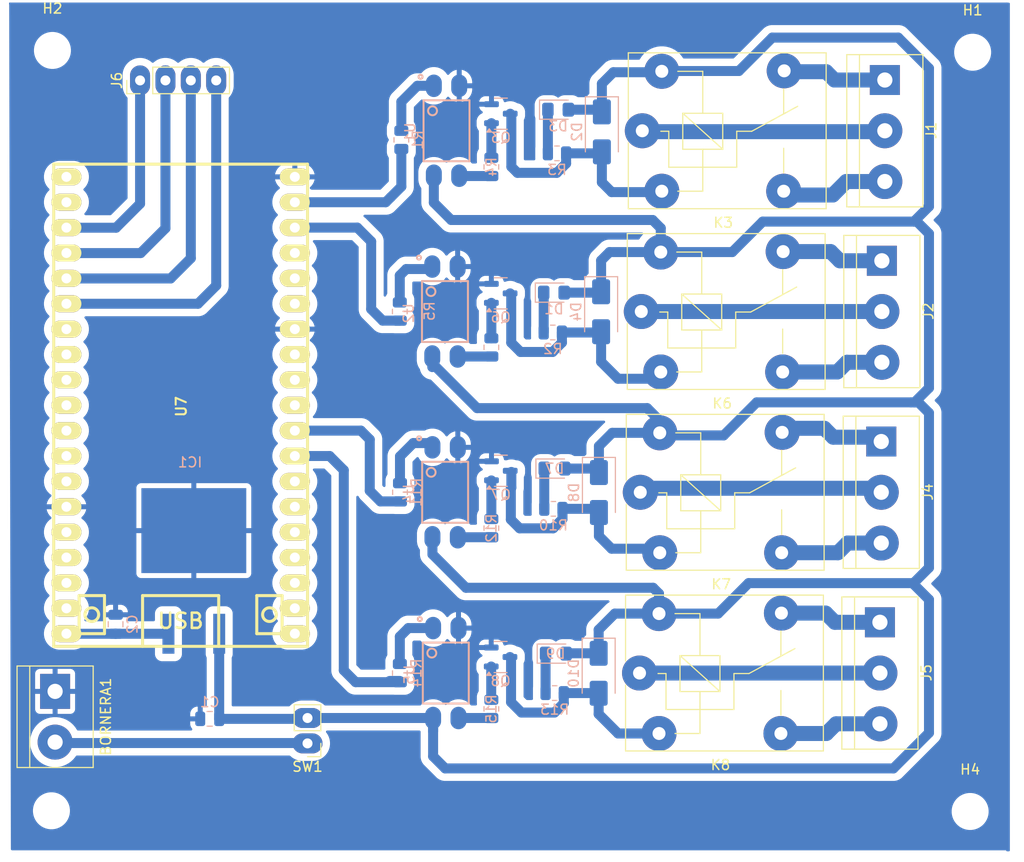
<source format=kicad_pcb>
(kicad_pcb (version 20240108) (generator "pcbnew") (generator_version "8.0")
  (layers (0 "F.Cu" signal) (31 "B.Cu" signal) (34 "B.Paste" user) (35 "F.Paste" user) (36 "B.SilkS" user "B.Silkscreen") (37 "F.SilkS" user "F.Silkscreen") (38 "B.Mask" user) (39 "F.Mask" user) (44 "Edge.Cuts" user))
  (net 0 "")
  (net 1 "Net-(BORNERA1-Pin_2)")
  (net 2 "GND")
  (net 3 "VCC")
  (net 4 "+5V")
  (net 5 "ESP32 IO22")
  (net 6 "Net-(D1-K)")
  (net 7 "Net-(D2-A)")
  (net 8 "Net-(D3-K)")
  (net 9 "ESP32 IO23")
  (net 10 "Net-(D4-A)")
  (net 11 "Net-(D7-K)")
  (net 12 " ESP32 IO17")
  (net 13 "Net-(D8-A)")
  (net 14 "Net-(D9-K)")
  (net 15 "ESP32 IO16")
  (net 16 "Net-(D10-A)")
  (net 17 "PIN12")
  (net 18 "PIN11")
  (net 19 "PIN1")
  (net 20 "PIN3")
  (net 21 "PIN2")
  (net 22 "Net-(U1-A)")
  (net 23 "Net-(U1-ET)")
  (net 24 "Net-(U2-A)")
  (net 25 "Net-(U2-ET)")
  (net 26 "Net-(U4-A)")
  (net 27 "Net-(U4-ET)")
  (net 28 "Net-(U5-A)")
  (net 29 "Net-(U5-ET)")
  (net 46 "Net-(J6-Pin_3)")
  (net 48 "Net-(J6-Pin_2)")
  (net 54 "Net-(J6-Pin_4)")
  (net 55 "Net-(J6-Pin_1)")
  (net 59 "PIN4")
  (net 60 "PIN5")
  (net 61 "PIN6")
  (net 62 "PIN9")
  (net 63 "PIN7")
  (net 64 "PIN8")
  (net 65 "PIN10")
  (net 67 "Net-(Q3-B)")
  (net 68 "Net-(Q6-B)")
  (net 69 "Net-(Q7-B)")
  (net 70 "Net-(Q8-B)")
  (net 71 "ESP32 IO17")
  (footprint "TerminalBlock:TerminalBlock_bornier-3_P5.08mm" (layer "F.Cu") (at 133.595 66.571666 -90)
    (property "Reference" "J2" (at 5.05 -4.65 90) (layer "F.SilkS"))
    (property "Value" "BORNERA")
    (pad "1" thru_hole rect (at 0 0 270) (size 3 3) (drill 1.52) (layers "*.Cu" "*.Mask") (net 59 "PIN4"))
    (pad "2" thru_hole circle (at 5.08 0 270) (size 3.5 3.5) (drill 1.52) (layers "*.Cu" "*.Mask") (net 60 "PIN5"))
    (pad "3" thru_hole circle (at 10.16 0 270) (size 3.5 3.5) (drill 1.52) (layers "*.Cu" "*.Mask") (net 61 "PIN6"))
  )
  (footprint "TerminalBlock:TerminalBlock_bornier-3_P5.08mm" (layer "F.Cu") (at 133.535 84.663332 -90)
    (property "Reference" "J4" (at 5.05 -4.65 90) (layer "F.SilkS"))
    (property "Value" "BORNERA")
    (pad "1" thru_hole rect (at 0 0 270) (size 3 3) (drill 1.52) (layers "*.Cu" "*.Mask") (net 63 "PIN7"))
    (pad "2" thru_hole circle (at 5.08 0 270) (size 3.5 3.5) (drill 1.52) (layers "*.Cu" "*.Mask") (net 64 "PIN8"))
    (pad "3" thru_hole circle (at 10.16 0 270) (size 3.5 3.5) (drill 1.52) (layers "*.Cu" "*.Mask") (net 62 "PIN9"))
  )
  (footprint "TerminalBlock:TerminalBlock_bornier-3_P5.08mm" (layer "F.Cu") (at 133.8925 48.48 -90)
    (property "Reference" "J1" (at 5.05 -4.65 90) (layer "F.SilkS"))
    (property "Value" "BORNERA")
    (pad "1" thru_hole rect (at 0 0 270) (size 3 3) (drill 1.52) (layers "*.Cu" "*.Mask") (net 19 "PIN1"))
    (pad "2" thru_hole circle (at 5.08 0 270) (size 3.5 3.5) (drill 1.52) (layers "*.Cu" "*.Mask") (net 21 "PIN2"))
    (pad "3" thru_hole circle (at 10.16 0 270) (size 3.5 3.5) (drill 1.52) (layers "*.Cu" "*.Mask") (net 20 "PIN3"))
  )
  (footprint "Relay_THT:Relay_SPDT_SANYOU_SRD_Series_Form_C" (layer "F.Cu") (at 109.515 71.651666)
    (property "Reference" "K6" (at 8.1 9.2 0) (layer "F.SilkS"))
    (property "Value" "SANYOU_SRD_Form_C")
    (pad "1" thru_hole circle (at 0 0 90) (size 3.5 3.5) (drill 1.3) (layers "*.Cu" "*.Mask") (net 60 "PIN5"))
    (pad "2" thru_hole circle (at 1.95 6.05 90) (size 3.5 3.5) (drill 1.3) (layers "*.Cu" "*.Mask") (net 10 "Net-(D4-A)"))
    (pad "3" thru_hole circle (at 14.15 6.05 90) (size 3.5 3.5) (drill 1.3) (layers "*.Cu" "*.Mask") (net 61 "PIN6"))
    (pad "4" thru_hole circle (at 14.2 -6 90) (size 3.5 3.5) (drill 1.3) (layers "*.Cu" "*.Mask") (net 59 "PIN4"))
    (pad "5" thru_hole circle (at 1.95 -5.95 90) (size 3.5 3.5) (drill 1.3) (layers "*.Cu" "*.Mask") (net 3 "VCC"))
  )
  (footprint "MountingHole:MountingHole_3.2mm_M3" (layer "F.Cu") (at 142.68 45.7)
    (property "Reference" "H1" (at 0 -4.2 0) (layer "F.SilkS"))
    (property "Value" "MountingHole")
    (pad "" np_thru_hole circle (at 0 0) (size 3.2 3.2) (drill 3.2) (layers "*.Cu" "*.Mask"))
  )
  (footprint "Relay_THT:Relay_SPDT_SANYOU_SRD_Series_Form_C" (layer "F.Cu") (at 109.415 89.743332)
    (property "Reference" "K7" (at 8.1 9.2 0) (layer "F.SilkS"))
    (property "Value" "SANYOU_SRD_Form_C")
    (pad "1" thru_hole circle (at 0 0 90) (size 3.5 3.5) (drill 1.3) (layers "*.Cu" "*.Mask") (net 64 "PIN8"))
    (pad "2" thru_hole circle (at 1.95 6.05 90) (size 3.5 3.5) (drill 1.3) (layers "*.Cu" "*.Mask") (net 13 "Net-(D8-A)"))
    (pad "3" thru_hole circle (at 14.15 6.05 90) (size 3.5 3.5) (drill 1.3) (layers "*.Cu" "*.Mask") (net 62 "PIN9"))
    (pad "4" thru_hole circle (at 14.2 -6 90) (size 3.5 3.5) (drill 1.3) (layers "*.Cu" "*.Mask") (net 63 "PIN7"))
    (pad "5" thru_hole circle (at 1.95 -5.95 90) (size 3.5 3.5) (drill 1.3) (layers "*.Cu" "*.Mask") (net 3 "VCC"))
  )
  (footprint "Relay_THT:Relay_SPDT_SANYOU_SRD_Series_Form_C" (layer "F.Cu") (at 109.6175 53.56)
    (property "Reference" "K3" (at 8.1 9.2 0) (layer "F.SilkS"))
    (property "Value" "SANYOU_SRD_Form_C")
    (pad "1" thru_hole circle (at 0 0 90) (size 3.5 3.5) (drill 1.3) (layers "*.Cu" "*.Mask") (net 21 "PIN2"))
    (pad "2" thru_hole circle (at 1.95 6.05 90) (size 3.5 3.5) (drill 1.3) (layers "*.Cu" "*.Mask") (net 7 "Net-(D2-A)"))
    (pad "3" thru_hole circle (at 14.15 6.05 90) (size 3.5 3.5) (drill 1.3) (layers "*.Cu" "*.Mask") (net 20 "PIN3"))
    (pad "4" thru_hole circle (at 14.2 -6 90) (size 3.5 3.5) (drill 1.3) (layers "*.Cu" "*.Mask") (net 19 "PIN1"))
    (pad "5" thru_hole circle (at 1.95 -5.95 90) (size 3.5 3.5) (drill 1.3) (layers "*.Cu" "*.Mask") (net 3 "VCC"))
  )
  (footprint "TerminalBlock:TerminalBlock_bornier-2_P5.08mm" (layer "F.Cu") (at 50.8475 109.67 -90)
    (property "Reference" "BORNERA1" (at 2.54 -5.08 90) (layer "F.SilkS"))
    (property "Value" "~")
    (pad "1" thru_hole rect (at 0 0 270) (size 3.5 3) (drill 1.52) (layers "*.Cu" "*.Mask") (net 2 "GND"))
    (pad "2" thru_hole circle (at 5.08 0 270) (size 3.5 3.5) (drill 1.52) (layers "*.Cu" "*.Mask") (net 1 "Net-(BORNERA1-Pin_2)"))
  )
  (footprint "EESTN5:ESP32S" (layer "F.Cu") (at 63.41 81.033 -90)
    (property "Reference" "U7" (at 0.127 -0.0635 90) (layer "F.SilkS") (effects (font (size 1.016 1.016) (thickness 0.2032))))
    (property "Value" "ESP32-DEVKITC" (hide yes))
    (fp_text user "USB" (at 21.59 0 0) (layer "F.SilkS") (effects (font (size 1.524 1.524) (thickness 0.254))))
    (pad "1" thru_hole oval (at -22.86 11.43 270) (size 1.7 3) (drill 1) (layers "*.Cu" "*.Mask" "F.SilkS"))
    (pad "2" thru_hole oval (at -20.32 11.43 270) (size 1.7 3) (drill 1) (layers "*.Cu" "*.Mask" "F.SilkS"))
    (pad "3" thru_hole oval (at -17.78 11.43 270) (size 1.7 3) (drill 1) (layers "*.Cu" "*.Mask" "F.SilkS") (net 55 "Net-(J6-Pin_1)"))
    (pad "4" thru_hole oval (at -15.24 11.43 270) (size 1.7 3) (drill 1) (layers "*.Cu" "*.Mask" "F.SilkS") (net 48 "Net-(J6-Pin_2)"))
    (pad "5" thru_hole oval (at -12.7 11.43 270) (size 1.7 3) (drill 1) (layers "*.Cu" "*.Mask" "F.SilkS") (net 46 "Net-(J6-Pin_3)"))
    (pad "6" thru_hole oval (at -10.16 11.43 270) (size 1.7 3) (drill 1) (layers "*.Cu" "*.Mask" "F.SilkS") (net 54 "Net-(J6-Pin_4)"))
    (pad "7" thru_hole oval (at -7.62 11.43 270) (size 1.7 3) (drill 1) (layers "*.Cu" "*.Mask" "F.SilkS"))
    (pad "8" thru_hole oval (at -5.08 11.43 270) (size 1.7 3) (drill 1) (layers "*.Cu" "*.Mask" "F.SilkS"))
    (pad "9" thru_hole oval (at -2.54 11.43 270) (size 1.7 3) (drill 1) (layers "*.Cu" "*.Mask" "F.SilkS"))
    (pad "10" thru_hole oval (at 0 11.43 270) (size 1.7 3) (drill 1) (layers "*.Cu" "*.Mask" "F.SilkS"))
    (pad "11" thru_hole oval (at 2.54 11.43 270) (size 1.7 3) (drill 1) (layers "*.Cu" "*.Mask" "F.SilkS"))
    (pad "12" thru_hole oval (at 5.08 11.43 270) (size 1.7 3) (drill 1) (layers "*.Cu" "*.Mask" "F.SilkS"))
    (pad "13" thru_hole oval (at 7.62 11.43 270) (size 1.7 3) (drill 1) (layers "*.Cu" "*.Mask" "F.SilkS"))
    (pad "14" thru_hole oval (at 10.16 11.43 270) (size 1.7 3) (drill 1) (layers "*.Cu" "*.Mask" "F.SilkS") (net 2 "GND"))
    (pad "15" thru_hole oval (at 12.7 11.43 270) (size 1.7 3) (drill 1) (layers "*.Cu" "*.Mask" "F.SilkS"))
    (pad "16" thru_hole oval (at 15.24 11.43 270) (size 1.7 3) (drill 1) (layers "*.Cu" "*.Mask" "F.SilkS"))
    (pad "17" thru_hole oval (at 17.78 11.43 270) (size 1.7 3) (drill 1) (layers "*.Cu" "*.Mask" "F.SilkS"))
    (pad "18" thru_hole oval (at 20.32 11.43 270) (size 1.7 3) (drill 1) (layers "*.Cu" "*.Mask" "F.SilkS"))
    (pad "19" thru_hole oval (at 22.86 11.43 270) (size 1.7 3) (drill 1) (layers "*.Cu" "*.Mask" "F.SilkS") (net 4 "+5V"))
    (pad "20" thru_hole oval (at 22.86 -11.43 90) (size 1.7 3) (drill 1) (layers "*.Cu" "*.Mask" "F.SilkS"))
    (pad "21" thru_hole oval (at 20.32 -11.43 90) (size 1.7 3) (drill 1) (layers "*.Cu" "*.Mask" "F.SilkS"))
    (pad "22" thru_hole oval (at 17.78 -11.43 90) (size 1.7 3) (drill 1) (layers "*.Cu" "*.Mask" "F.SilkS"))
    (pad "23" thru_hole oval (at 15.24 -11.43 90) (size 1.7 3) (drill 1) (layers "*.Cu" "*.Mask" "F.SilkS"))
    (pad "24" thru_hole oval (at 12.7 -11.43 90) (size 1.7 3) (drill 1) (layers "*.Cu" "*.Mask" "F.SilkS"))
    (pad "25" thru_hole oval (at 10.16 -11.43 90) (size 1.7 3) (drill 1) (layers "*.Cu" "*.Mask" "F.SilkS"))
    (pad "26" thru_hole oval (at 7.62 -11.43 90) (size 1.7 3) (drill 1) (layers "*.Cu" "*.Mask" "F.SilkS"))
    (pad "27" thru_hole oval (at 5.08 -11.43 90) (size 1.7 3) (drill 1) (layers "*.Cu" "*.Mask" "F.SilkS") (net 15 "ESP32 IO16"))
    (pad "28" thru_hole oval (at 2.54 -11.43 90) (size 1.7 3) (drill 1) (layers "*.Cu" "*.Mask" "F.SilkS") (net 71 "ESP32 IO17"))
    (pad "29" thru_hole oval (at 0 -11.43 90) (size 1.7 3) (drill 1) (layers "*.Cu" "*.Mask" "F.SilkS"))
    (pad "30" thru_hole oval (at -2.54 -11.43 90) (size 1.7 3) (drill 1) (layers "*.Cu" "*.Mask" "F.SilkS"))
    (pad "31" thru_hole oval (at -5.08 -11.43 90) (size 1.7 3) (drill 1) (layers "*.Cu" "*.Mask" "F.SilkS"))
    (pad "32" thru_hole oval (at -7.62 -11.43 90) (size 1.7 3) (drill 1) (layers "*.Cu" "*.Mask" "F.SilkS") (net 2 "GND"))
    (pad "33" thru_hole oval (at -10.16 -11.43 90) (size 1.7 3) (drill 1) (layers "*.Cu" "*.Mask" "F.SilkS"))
    (pad "34" thru_hole oval (at -12.7 -11.43 90) (size 1.7 3) (drill 1) (layers "*.Cu" "*.Mask" "F.SilkS"))
    (pad "35" thru_hole oval (at -15.24 -11.43 90) (size 1.7 3) (drill 1) (layers "*.Cu" "*.Mask" "F.SilkS"))
    (pad "36" thru_hole oval (at -17.78 -11.43 90) (size 1.7 3) (drill 1) (layers "*.Cu" "*.Mask" "F.SilkS") (net 5 "ESP32 IO22"))
    (pad "37" thru_hole oval (at -20.32 -11.43 90) (size 1.7 3) (drill 1) (layers "*.Cu" "*.Mask" "F.SilkS") (net 9 "ESP32 IO23"))
    (pad "38" thru_hole oval (at -22.86 -11.43 90) (size 1.7 3) (drill 1) (layers "*.Cu" "*.Mask" "F.SilkS") (net 2 "GND"))
  )
  (footprint "MountingHole:MountingHole_3.2mm_M3" (layer "F.Cu") (at 50.58 45.52)
    (property "Reference" "H2" (at 0 -4.2 0) (layer "F.SilkS"))
    (property "Value" "MountingHole")
    (pad "" np_thru_hole circle (at 0 0) (size 3.2 3.2) (drill 3.2) (layers "*.Cu" "*.Mask"))
  )
  (footprint "TerminalBlock:TerminalBlock_bornier-3_P5.08mm" (layer "F.Cu") (at 133.4 102.755 -90)
    (property "Reference" "J5" (at 5.05 -4.65 90) (layer "F.SilkS"))
    (property "Value" "BORNERA")
    (pad "1" thru_hole rect (at 0 0 270) (size 3 3) (drill 1.52) (layers "*.Cu" "*.Mask") (net 65 "PIN10"))
    (pad "2" thru_hole circle (at 5.08 0 270) (size 3.5 3.5) (drill 1.52) (layers "*.Cu" "*.Mask") (net 18 "PIN11"))
    (pad "3" thru_hole circle (at 10.16 0 270) (size 3.5 3.5) (drill 1.52) (layers "*.Cu" "*.Mask") (net 17 "PIN12"))
  )
  (footprint "Connector_PinHeader_2.54mm:PinHeader_1x04_P2.54mm_Vertical" (layer "F.Cu") (at 59.35 48.52 90)
    (property "Reference" "J6" (at 0 -2.33 90) (layer "F.SilkS"))
    (property "Value" "Conn_01x04_Pin")
    (pad "1" thru_hole oval (at 0 0 90) (size 3 2) (drill 1) (layers "*.Cu" "*.Mask") (net 55 "Net-(J6-Pin_1)"))
    (pad "2" thru_hole oval (at 0 2.54 90) (size 3 2) (drill 1) (layers "*.Cu" "*.Mask") (net 48 "Net-(J6-Pin_2)"))
    (pad "3" thru_hole oval (at 0 5.08 90) (size 3 2) (drill 1) (layers "*.Cu" "*.Mask") (net 46 "Net-(J6-Pin_3)"))
    (pad "4" thru_hole oval (at 0 7.62 90) (size 3 2) (drill 1) (layers "*.Cu" "*.Mask") (net 54 "Net-(J6-Pin_4)"))
  )
  (footprint "MountingHole:MountingHole_3.2mm_M3" (layer "F.Cu") (at 142.43 121.69)
    (property "Reference" "H4" (at 0 -4.2 0) (layer "F.SilkS"))
    (property "Value" "MountingHole")
    (pad "" np_thru_hole circle (at 0 0) (size 3.2 3.2) (drill 3.2) (layers "*.Cu" "*.Mask"))
  )
  (footprint "Connector_PinHeader_2.54mm:PinHeader_1x02_P2.54mm_Vertical" (layer "F.Cu") (at 76.11 114.875 180)
    (property "Reference" "SW1" (at 0 -2.33 0) (layer "F.SilkS"))
    (property "Value" "SWITCH")
    (pad "1" thru_hole oval (at 0 0 180) (size 3 2) (drill 1) (layers "*.Cu" "*.Mask") (net 1 "Net-(BORNERA1-Pin_2)"))
    (pad "2" thru_hole oval (at 0 2.54 180) (size 3 2) (drill 1) (layers "*.Cu" "*.Mask") (net 3 "VCC"))
  )
  (footprint "MountingHole:MountingHole_3.2mm_M3" (layer "F.Cu") (at 50.48 121.62)
    (property "Reference" "H3" (at 0.09 -0.65 0) (layer "F.SilkS"))
    (property "Value" "MountingHole")
    (pad "" np_thru_hole circle (at 0 0) (size 3.2 3.2) (drill 3.2) (layers "*.Cu" "*.Mask"))
  )
  (footprint "Relay_THT:Relay_SPDT_SANYOU_SRD_Series_Form_C" (layer "F.Cu") (at 109.34 107.835)
    (property "Reference" "K8" (at 8.1 9.2 0) (layer "F.SilkS"))
    (property "Value" "SANYOU_SRD_Form_C")
    (pad "1" thru_hole circle (at 0 0 90) (size 3.5 3.5) (drill 1.3) (layers "*.Cu" "*.Mask") (net 18 "PIN11"))
    (pad "2" thru_hole circle (at 1.95 6.05 90) (size 3.5 3.5) (drill 1.3) (layers "*.Cu" "*.Mask") (net 16 "Net-(D10-A)"))
    (pad "3" thru_hole circle (at 14.15 6.05 90) (size 3.5 3.5) (drill 1.3) (layers "*.Cu" "*.Mask") (net 17 "PIN12"))
    (pad "4" thru_hole circle (at 14.2 -6 90) (size 3.5 3.5) (drill 1.3) (layers "*.Cu" "*.Mask") (net 65 "PIN10"))
    (pad "5" thru_hole circle (at 1.95 -5.95 90) (size 3.5 3.5) (drill 1.3) (layers "*.Cu" "*.Mask") (net 3 "VCC"))
  )
  (footprint "Resistor_SMD:R_0805_2012Metric" (layer "B.Cu") (at 100.8475 109.84)
    (property "Reference" "R13" (at 0 1.65 0) (layer "B.SilkS") (effects (justify mirror)))
    (property "Value" "R")
    (pad "1" smd roundrect (at -0.9125 0) (size 1.025 1.4) (layers "B.Cu" "B.Paste" "B.Mask") (roundrect_rratio 0.243902) (net 14 "Net-(D9-K)"))
    (pad "2" smd roundrect (at 0.9125 0) (size 1.025 1.4) (layers "B.Cu" "B.Paste" "B.Mask") (roundrect_rratio 0.243902) (net 16 "Net-(D10-A)"))
  )
  (footprint "Resistor_SMD:R_0805_2012Metric" (layer "B.Cu") (at 100.7175 91.4)
    (property "Reference" "R10" (at 0 1.65 0) (layer "B.SilkS") (effects (justify mirror)))
    (property "Value" "R")
    (pad "1" smd roundrect (at -0.9125 0) (size 1.025 1.4) (layers "B.Cu" "B.Paste" "B.Mask") (roundrect_rratio 0.243902) (net 11 "Net-(D7-K)"))
    (pad "2" smd roundrect (at 0.9125 0) (size 1.025 1.4) (layers "B.Cu" "B.Paste" "B.Mask") (roundrect_rratio 0.243902) (net 13 "Net-(D8-A)"))
  )
  (footprint "PC817:SOT254P1025X400-4N" (layer "B.Cu") (at 90.0225 53.56 -90)
    (property "Reference" "U1" (at 0.175155 3.638415 90) (layer "B.SilkS") (effects (font (size 1.000937 1.000937)) (justify mirror)))
    (property "Value" "PC81713NIP0X")
    (pad "1" smd oval (at -4.5 1.27 270) (size 2.25 1.6) (layers "B.Cu" "B.Paste" "B.Mask") (net 22 "Net-(U1-A)"))
    (pad "2" smd oval (at -4.5 -1.27 270) (size 2.25 1.6) (layers "B.Cu" "B.Paste" "B.Mask") (net 2 "GND"))
    (pad "3" smd oval (at 4.5 -1.27 270) (size 2.25 1.6) (layers "B.Cu" "B.Paste" "B.Mask") (net 23 "Net-(U1-ET)"))
    (pad "4" smd oval (at 4.5 1.27 270) (size 2.25 1.6) (layers "B.Cu" "B.Paste" "B.Mask") (net 3 "VCC"))
  )
  (footprint "PC817:SOT254P1025X400-4N" (layer "B.Cu") (at 89.865 71.651666 -90)
    (property "Reference" "U2" (at 0.175155 3.638415 90) (layer "B.SilkS") (effects (font (size 1.000937 1.000937)) (justify mirror)))
    (property "Value" "PC81713NIP0X")
    (pad "1" smd oval (at -4.5 1.27 270) (size 2.25 1.6) (layers "B.Cu" "B.Paste" "B.Mask") (net 24 "Net-(U2-A)"))
    (pad "2" smd oval (at -4.5 -1.27 270) (size 2.25 1.6) (layers "B.Cu" "B.Paste" "B.Mask") (net 2 "GND"))
    (pad "3" smd oval (at 4.5 -1.27 270) (size 2.25 1.6) (layers "B.Cu" "B.Paste" "B.Mask") (net 25 "Net-(U2-ET)"))
    (pad "4" smd oval (at 4.5 1.27 270) (size 2.25 1.6) (layers "B.Cu" "B.Paste" "B.Mask") (net 3 "VCC"))
  )
  (footprint "Diode_SMD:D_SMA" (layer "B.Cu") (at 105.25 107.8575 -90)
    (property "Reference" "D10" (at 0 2.5 90) (layer "B.SilkS") (effects (justify mirror)))
    (property "Value" "D")
    (pad "1" smd roundrect (at -2 0 270) (size 2.5 1.8) (layers "B.Cu" "B.Paste" "B.Mask") (roundrect_rratio 0.1388888889) (net 3 "VCC"))
    (pad "2" smd roundrect (at 2 0 270) (size 2.5 1.8) (layers "B.Cu" "B.Paste" "B.Mask") (roundrect_rratio 0.1388888889) (net 16 "Net-(D10-A)"))
  )
  (footprint "LED_SMD:LED_0805_2012Metric_Pad1.15x1.40mm_HandSolder" (layer "B.Cu") (at 100.96 105.89)
    (property "Reference" "D9" (at -0.0225 0 0) (layer "B.SilkS") (effects (justify mirror)))
    (property "Value" "LED")
    (pad "1" smd roundrect (at -1.025 0) (size 1.15 1.4) (layers "B.Cu" "B.Paste" "B.Mask") (roundrect_rratio 0.217391) (net 14 "Net-(D9-K)"))
    (pad "2" smd roundrect (at 1.025 0) (size 1.15 1.4) (layers "B.Cu" "B.Paste" "B.Mask") (roundrect_rratio 0.217391) (net 3 "VCC"))
  )
  (footprint "LED_SMD:LED_0805_2012Metric_Pad1.15x1.40mm_HandSolder" (layer "B.Cu") (at 101.1925 51.45)
    (property "Reference" "D3" (at 0 1.65 0) (layer "B.SilkS") (effects (justify mirror)))
    (property "Value" "LED" (hide yes))
    (pad "1" smd roundrect (at -1.025 0) (size 1.15 1.4) (layers "B.Cu" "B.Paste" "B.Mask") (roundrect_rratio 0.217391) (net 8 "Net-(D3-K)"))
    (pad "2" smd roundrect (at 1.025 0) (size 1.15 1.4) (layers "B.Cu" "B.Paste" "B.Mask") (roundrect_rratio 0.217391) (net 3 "VCC"))
  )
  (footprint "Package_TO_SOT_SMD:SOT-23" (layer "B.Cu") (at 95.4325 106.23)
    (property "Reference" "Q8" (at 0 2.4 0) (layer "B.SilkS") (effects (justify mirror)))
    (property "Value" "MMBT2222A")
    (pad "1" smd roundrect (at -0.9375 0.95) (size 1.475 0.6) (layers "B.Cu" "B.Paste" "B.Mask") (net 70 "Net-(Q8-B)"))
    (pad "2" smd roundrect (at -0.9375 -0.95) (size 1.475 0.6) (layers "B.Cu" "B.Paste" "B.Mask") (net 2 "GND"))
    (pad "3" smd roundrect (at 0.9375 0) (size 1.475 0.6) (layers "B.Cu" "B.Paste" "B.Mask") (net 16 "Net-(D10-A)"))
  )
  (footprint "Package_TO_SOT_SMD:SOT-23" (layer "B.Cu") (at 95.46 87.5925)
    (property "Reference" "Q7" (at 0 2.4 0) (layer "B.SilkS") (effects (justify mirror)))
    (property "Value" "MMBT2222A")
    (pad "1" smd roundrect (at -0.9375 0.95) (size 1.475 0.6) (layers "B.Cu" "B.Paste" "B.Mask") (net 69 "Net-(Q7-B)"))
    (pad "2" smd roundrect (at -0.9375 -0.95) (size 1.475 0.6) (layers "B.Cu" "B.Paste" "B.Mask") (net 2 "GND"))
    (pad "3" smd roundrect (at 0.9375 0) (size 1.475 0.6) (layers "B.Cu" "B.Paste" "B.Mask") (net 13 "Net-(D8-A)"))
  )
  (footprint "Package_TO_SOT_SMD:SOT-23" (layer "B.Cu") (at 95.4475 69.8325)
    (property "Reference" "Q6" (at 0 2.4 0) (layer "B.SilkS") (effects (justify mirror)))
    (property "Value" "MMBT2222A")
    (pad "1" smd roundrect (at -0.9375 0.95) (size 1.475 0.6) (layers "B.Cu" "B.Paste" "B.Mask") (net 68 "Net-(Q6-B)"))
    (pad "2" smd roundrect (at -0.9375 -0.95) (size 1.475 0.6) (layers "B.Cu" "B.Paste" "B.Mask") (net 2 "GND"))
    (pad "3" smd roundrect (at 0.9375 0) (size 1.475 0.6) (layers "B.Cu" "B.Paste" "B.Mask") (net 10 "Net-(D4-A)"))
  )
  (footprint "Package_TO_SOT_SMD:SOT-23" (layer "B.Cu") (at 95.46 51.8525)
    (property "Reference" "Q3" (at 0 2.4 0) (layer "B.SilkS") (effects (justify mirror)))
    (property "Value" "MMBT2222A")
    (pad "1" smd roundrect (at -0.9375 0.95) (size 1.475 0.6) (layers "B.Cu" "B.Paste" "B.Mask") (net 67 "Net-(Q3-B)"))
    (pad "2" smd roundrect (at -0.9375 -0.95) (size 1.475 0.6) (layers "B.Cu" "B.Paste" "B.Mask") (net 2 "GND"))
    (pad "3" smd roundrect (at 0.9375 0) (size 1.475 0.6) (layers "B.Cu" "B.Paste" "B.Mask") (net 7 "Net-(D2-A)"))
  )
  (footprint "Resistor_SMD:R_0805_2012Metric" (layer "B.Cu") (at 94.51 57.1775 90)
    (property "Reference" "R4" (at 0 0 90) (layer "B.SilkS") (effects (justify mirror)))
    (property "Value" "R")
    (pad "1" smd roundrect (at -0.9125 0 90) (size 1.025 1.4) (layers "B.Cu" "B.Paste" "B.Mask") (roundrect_rratio 0.243902) (net 23 "Net-(U1-ET)"))
    (pad "2" smd roundrect (at 0.9125 0 90) (size 1.025 1.4) (layers "B.Cu" "B.Paste" "B.Mask") (roundrect_rratio 0.243902) (net 67 "Net-(Q3-B)"))
  )
  (footprint "Diode_SMD:D_SMA" (layer "B.Cu") (at 105.495 71.674166 -90)
    (property "Reference" "D4" (at 0 2.5 90) (layer "B.SilkS") (effects (justify mirror)))
    (property "Value" "D")
    (pad "1" smd roundrect (at -2 0 270) (size 2.5 1.8) (layers "B.Cu" "B.Paste" "B.Mask") (roundrect_rratio 0.1388888889) (net 3 "VCC"))
    (pad "2" smd roundrect (at 2 0 270) (size 2.5 1.8) (layers "B.Cu" "B.Paste" "B.Mask") (roundrect_rratio 0.1388888889) (net 10 "Net-(D4-A)"))
  )
  (footprint "Resistor_SMD:R_0805_2012Metric" (layer "B.Cu") (at 85.35 107.835 90)
    (property "Reference" "R14" (at 0 1.65 90) (layer "B.SilkS") (effects (justify mirror)))
    (property "Value" "R")
    (pad "1" smd roundrect (at -0.9125 0 90) (size 1.025 1.4) (layers "B.Cu" "B.Paste" "B.Mask") (roundrect_rratio 0.243902) (net 15 "ESP32 IO16"))
    (pad "2" smd roundrect (at 0.9125 0 90) (size 1.025 1.4) (layers "B.Cu" "B.Paste" "B.Mask") (roundrect_rratio 0.243902) (net 28 "Net-(U5-A)"))
  )
  (footprint "Resistor_SMD:R_0805_2012Metric" (layer "B.Cu") (at 94.51 93.330832 90)
    (property "Reference" "R12" (at 0 0 90) (layer "B.SilkS") (effects (justify mirror)))
    (property "Value" "R")
    (pad "1" smd roundrect (at -0.9125 0 90) (size 1.025 1.4) (layers "B.Cu" "B.Paste" "B.Mask") (roundrect_rratio 0.243902) (net 27 "Net-(U4-ET)"))
    (pad "2" smd roundrect (at 0.9125 0 90) (size 1.025 1.4) (layers "B.Cu" "B.Paste" "B.Mask") (roundrect_rratio 0.243902) (net 69 "Net-(Q7-B)"))
  )
  (footprint "PC817:SOT254P1025X400-4N" (layer "B.Cu") (at 89.95 107.835 -90)
    (property "Reference" "U5" (at 0.175155 3.638415 90) (layer "B.SilkS") (effects (font (size 1.000937 1.000937)) (justify mirror)))
    (property "Value" "PC81713NIP0X")
    (pad "1" smd oval (at -4.5 1.27 270) (size 2.25 1.6) (layers "B.Cu" "B.Paste" "B.Mask") (net 28 "Net-(U5-A)"))
    (pad "2" smd oval (at -4.5 -1.27 270) (size 2.25 1.6) (layers "B.Cu" "B.Paste" "B.Mask") (net 2 "GND"))
    (pad "3" smd oval (at 4.5 -1.27 270) (size 2.25 1.6) (layers "B.Cu" "B.Paste" "B.Mask") (net 29 "Net-(U5-ET)"))
    (pad "4" smd oval (at 4.5 1.27 270) (size 2.25 1.6) (layers "B.Cu" "B.Paste" "B.Mask") (net 3 "VCC"))
  )
  (footprint "Capacitor_SMD:C_0805_2012Metric" (layer "B.Cu") (at 66.32 112.42 180)
    (property "Reference" "C1" (at 0 1.68 0) (layer "B.SilkS") (effects (justify mirror)))
    (property "Value" "0.1uF")
    (pad "1" smd roundrect (at -0.95 0 180) (size 1 1.45) (layers "B.Cu" "B.Paste" "B.Mask") (net 3 "VCC"))
    (pad "2" smd roundrect (at 0.95 0 180) (size 1 1.45) (layers "B.Cu" "B.Paste" "B.Mask") (net 2 "GND"))
  )
  (footprint "Resistor_SMD:R_0805_2012Metric" (layer "B.Cu") (at 85.365 89.743332 90)
    (property "Reference" "R11" (at 0 1.65 90) (layer "B.SilkS") (effects (justify mirror)))
    (property "Value" "R")
    (pad "1" smd roundrect (at -0.9125 0 90) (size 1.025 1.4) (layers "B.Cu" "B.Paste" "B.Mask") (roundrect_rratio 0.243902) (net 12 " ESP32 IO17"))
    (pad "2" smd roundrect (at 0.9125 0 90) (size 1.025 1.4) (layers "B.Cu" "B.Paste" "B.Mask") (roundrect_rratio 0.243902) (net 26 "Net-(U4-A)"))
  )
  (footprint "LED_SMD:LED_0805_2012Metric_Pad1.15x1.40mm_HandSolder" (layer "B.Cu") (at 100.83 87.37)
    (property "Reference" "D7" (at 0 0 0) (layer "B.SilkS") (effects (justify mirror)))
    (property "Value" "LED")
    (pad "1" smd roundrect (at -1.025 0) (size 1.15 1.4) (layers "B.Cu" "B.Paste" "B.Mask") (roundrect_rratio 0.217391) (net 11 "Net-(D7-K)"))
    (pad "2" smd roundrect (at 1.025 0) (size 1.15 1.4) (layers "B.Cu" "B.Paste" "B.Mask") (roundrect_rratio 0.217391) (net 3 "VCC"))
  )
  (footprint "Resistor_SMD:R_0805_2012Metric" (layer "B.Cu") (at 85.5 54.4725 90)
    (property "Reference" "R1" (at 0 1.65 90) (layer "B.SilkS") (effects (justify mirror)))
    (property "Value" "R")
    (pad "1" smd roundrect (at -0.9125 0 90) (size 1.025 1.4) (layers "B.Cu" "B.Paste" "B.Mask") (roundrect_rratio 0.243902) (net 9 "ESP32 IO23"))
    (pad "2" smd roundrect (at 0.9125 0 90) (size 1.025 1.4) (layers "B.Cu" "B.Paste" "B.Mask") (roundrect_rratio 0.243902) (net 22 "Net-(U1-A)"))
  )
  (footprint "Diode_SMD:D_SMA" (layer "B.Cu") (at 105.275 89.765832 -90)
    (property "Reference" "D8" (at 0 2.5 90) (layer "B.SilkS") (effects (justify mirror)))
    (property "Value" "D")
    (pad "1" smd roundrect (at -2 0 270) (size 2.5 1.8) (layers "B.Cu" "B.Paste" "B.Mask") (roundrect_rratio 0.1388888889) (net 3 "VCC"))
    (pad "2" smd roundrect (at 2 0 270) (size 2.5 1.8) (layers "B.Cu" "B.Paste" "B.Mask") (roundrect_rratio 0.1388888889) (net 13 "Net-(D8-A)"))
  )
  (footprint "7805 smd:MC7805CD2TG" (layer "B.Cu") (at 64.73 97.88 180)
    (property "Reference" "IC1" (at 0.375 11.135 0) (layer "B.SilkS") (effects (justify mirror)))
    (property "Value" "MC7805CD2TG")
    (property "VALUE" "IC_PWRMC7805CD2TG" (hide yes))
    (pad "P$1" smd rect (at 0 4.3 180) (size 10.5 8.5) (layers "B.Cu" "B.Paste" "B.Mask") (net 2 "GND"))
    (pad "P$2" smd rect (at -2.54 -6.023 180) (size 1.2 4) (layers "B.Cu" "B.Paste" "B.Mask") (net 3 "VCC"))
    (pad "P$3" smd rect (at 2.54 -6.023 180) (size 1.2 4) (layers "B.Cu" "B.Paste" "B.Mask") (net 4 "+5V"))
  )
  (footprint "Diode_SMD:D_SMA" (layer "B.Cu") (at 105.57125 53.67 -90)
    (property "Reference" "D2" (at 0 2.5 90) (layer "B.SilkS") (effects (justify mirror)))
    (property "Value" "D")
    (pad "1" smd roundrect (at -2 0 270) (size 2.5 1.8) (layers "B.Cu" "B.Paste" "B.Mask") (roundrect_rratio 0.1388888889) (net 3 "VCC"))
    (pad "2" smd roundrect (at 2 0 270) (size 2.5 1.8) (layers "B.Cu" "B.Paste" "B.Mask") (roundrect_rratio 0.1388888889) (net 7 "Net-(D2-A)"))
  )
  (footprint "Resistor_SMD:R_0805_2012Metric" (layer "B.Cu") (at 101.08 55.82)
    (property "Reference" "R3" (at 0 1.65 0) (layer "B.SilkS") (effects (justify mirror)))
    (property "Value" "R")
    (pad "1" smd roundrect (at -0.9125 0) (size 1.025 1.4) (layers "B.Cu" "B.Paste" "B.Mask") (roundrect_rratio 0.243902) (net 8 "Net-(D3-K)"))
    (pad "2" smd roundrect (at 0.9125 0) (size 1.025 1.4) (layers "B.Cu" "B.Paste" "B.Mask") (roundrect_rratio 0.243902) (net 7 "Net-(D2-A)"))
  )
  (footprint "LED_SMD:LED_0805_2012Metric_Pad1.15x1.40mm_HandSolder" (layer "B.Cu") (at 100.7725 69.76)
    (property "Reference" "D1" (at 0 1.65 0) (layer "B.SilkS") (effects (justify mirror)))
    (property "Value" "LED")
    (pad "1" smd roundrect (at -1.025 0) (size 1.15 1.4) (layers "B.Cu" "B.Paste" "B.Mask") (roundrect_rratio 0.217391) (net 6 "Net-(D1-K)"))
    (pad "2" smd roundrect (at 1.025 0) (size 1.15 1.4) (layers "B.Cu" "B.Paste" "B.Mask") (roundrect_rratio 0.217391) (net 3 "VCC"))
  )
  (footprint "Capacitor_SMD:C_0805_2012Metric" (layer "B.Cu") (at 56.9 102.953 90)
    (property "Reference" "C2" (at 0 1.68 90) (layer "B.SilkS") (effects (justify mirror)))
    (property "Value" "0.1uF")
    (pad "1" smd roundrect (at -0.95 0 90) (size 1 1.45) (layers "B.Cu" "B.Paste" "B.Mask") (net 4 "+5V"))
    (pad "2" smd roundrect (at 0.95 0 90) (size 1 1.45) (layers "B.Cu" "B.Paste" "B.Mask") (net 2 "GND"))
  )
  (footprint "Resistor_SMD:R_0805_2012Metric" (layer "B.Cu") (at 94.51 75.239166 90)
    (property "Reference" "R6" (hide yes))
    (property "Value" "R")
    (pad "1" smd roundrect (at -0.9125 0 90) (size 1.025 1.4) (layers "B.Cu" "B.Paste" "B.Mask") (roundrect_rratio 0.243902) (net 25 "Net-(U2-ET)"))
    (pad "2" smd roundrect (at 0.9125 0 90) (size 1.025 1.4) (layers "B.Cu" "B.Paste" "B.Mask") (roundrect_rratio 0.243902) (net 68 "Net-(Q6-B)"))
  )
  (footprint "Resistor_SMD:R_0805_2012Metric" (layer "B.Cu") (at 100.66 73.75)
    (property "Reference" "R2" (at 0 1.65 0) (layer "B.SilkS") (effects (justify mirror)))
    (property "Value" "R")
    (pad "1" smd roundrect (at -0.9125 0) (size 1.025 1.4) (layers "B.Cu" "B.Paste" "B.Mask") (roundrect_rratio 0.243902) (net 6 "Net-(D1-K)"))
    (pad "2" smd roundrect (at 0.9125 0) (size 1.025 1.4) (layers "B.Cu" "B.Paste" "B.Mask") (roundrect_rratio 0.243902) (net 10 "Net-(D4-A)"))
  )
  (footprint "Resistor_SMD:R_0805_2012Metric" (layer "B.Cu") (at 85.345 71.651666 90)
    (property "Reference" "R5" (at 0.04 2.98 90) (layer "B.SilkS") (effects (justify mirror)))
    (property "Value" "R")
    (pad "1" smd roundrect (at -0.9125 0 90) (size 1.025 1.4) (layers "B.Cu" "B.Paste" "B.Mask") (roundrect_rratio 0.243902) (net 5 "ESP32 IO22"))
    (pad "2" smd roundrect (at 0.9125 0 90) (size 1.025 1.4) (layers "B.Cu" "B.Paste" "B.Mask") (roundrect_rratio 0.243902) (net 24 "Net-(U2-A)"))
  )
  (footprint "Resistor_SMD:R_0805_2012Metric" (layer "B.Cu") (at 94.51 111.4225 90)
    (property "Reference" "R15" (at 0 0 90) (layer "B.SilkS") (effects (justify mirror)))
    (property "Value" "R")
    (pad "1" smd roundrect (at -0.9125 0 90) (size 1.025 1.4) (layers "B.Cu" "B.Paste" "B.Mask") (roundrect_rratio 0.243902) (net 29 "Net-(U5-ET)"))
    (pad "2" smd roundrect (at 0.9125 0 90) (size 1.025 1.4) (layers "B.Cu" "B.Paste" "B.Mask") (roundrect_rratio 0.243902) (net 70 "Net-(Q8-B)"))
  )
  (footprint "PC817:SOT254P1025X400-4N" (layer "B.Cu") (at 89.8825 89.743332 -90)
    (property "Reference" "U4" (at 0.175155 3.638415 90) (layer "B.SilkS") (effects (font (size 1.000937 1.000937)) (justify mirror)))
    (property "Value" "PC81713NIP0X")
    (pad "1" smd oval (at -4.5 1.27 270) (size 2.25 1.6) (layers "B.Cu" "B.Paste" "B.Mask") (net 26 "Net-(U4-A)"))
    (pad "2" smd oval (at -4.5 -1.27 270) (size 2.25 1.6) (layers "B.Cu" "B.Paste" "B.Mask") (net 2 "GND"))
    (pad "3" smd oval (at 4.5 -1.27 270) (size 2.25 1.6) (layers "B.Cu" "B.Paste" "B.Mask") (net 27 "Net-(U4-ET)"))
    (pad "4" smd oval (at 4.5 1.27 270) (size 2.25 1.6) (layers "B.Cu" "B.Paste" "B.Mask") (net 3 "VCC"))
  )
  (gr_rect (start 146.135 40.84) (end 146.305 125.58) (stroke (width 0.2)) (fill none) (layer "B.Cu") (net 2))
  (gr_rect (start 46.25 40.84) (end 146.135 40.84) (stroke (width 0.2)) (fill none) (layer "B.Cu") (net 2))
  (gr_rect (start 46.25 40.84) (end 146.135 40.84) (stroke (width 0.2)) (fill none) (layer "B.Cu") (net 2))
  (segment (start 50.8775 114.72) (end 50.8475 114.75) (width 0.2) (layer "B.Cu") (net 1))
  (segment (start 50.9375 114.84) (end 75.895 114.84) (width 1) (layer "B.Cu") (net 1))
  (segment (start 75.895 114.84) (end 75.985 114.75) (width 1) (layer "B.Cu") (net 1))
  (segment (start 50.8475 114.75) (end 50.9375 114.84) (width 1) (layer "B.Cu") (net 1))
  (segment (start 105.495 66.545) (end 106.338334 65.701666) (width 1) (layer "B.Cu") (net 3))
  (segment (start 138.31 113.82) (end 134.75 117.38) (width 1) (layer "B.Cu") (net 3))
  (segment (start 88.595 76.151666) (end 88.595 76.835804) (width 1) (layer "B.Cu") (net 3))
  (segment (start 106.72 47.7) (end 105.57125 48.84875) (width 1) (layer "B.Cu") (net 3))
  (segment (start 111.5975 47.58) (end 111.5675 47.61) (width 1) (layer "B.Cu") (net 3))
  (segment (start 136.798334 62.651666) (end 137.101666 62.651666) (width 1) (layer "B.Cu") (net 3))
  (segment (start 111.365 82.575) (end 111.365 83.793332) (width 1) (layer "B.Cu") (net 3))
  (segment (start 136.866668 80.743332) (end 138.31 79.3) (width 1) (layer "B.Cu") (net 3))
  (segment (start 119.28 47.58) (end 111.5975 47.58) (width 1) (layer "B.Cu") (net 3))
  (segment (start 91.9675 99.3) (end 110.7 99.3) (width 1) (layer "B.Cu") (net 3))
  (segment (start 138.31 97.29) (end 138.31 81.8) (width 1) (layer "B.Cu") (net 3))
  (segment (start 101.855 87.37) (end 105.265 87.37) (width 1) (layer "B.Cu") (net 3))
  (segment (start 118.618334 65.701666) (end 121.668334 62.651666) (width 1) (layer "B.Cu") (net 3))
  (segment (start 136.866668 80.743332) (end 137.253332 80.743332) (width 1) (layer "B.Cu") (net 3))
  (segment (start 117.76 84.05) (end 121.066668 80.743332) (width 1) (layer "B.Cu") (net 3))
  (segment (start 105.25 103.5) (end 106.865 101.885) (width 1) (layer "B.Cu") (net 3))
  (segment (start 88.68 116.17) (end 88.68 112.335) (width 1) (layer "B.Cu") (net 3))
  (segment (start 121.668334 62.651666) (end 136.798334 62.651666) (width 1) (layer "B.Cu") (net 3))
  (segment (start 106.865 101.885) (end 111.29 101.885) (width 1) (layer "B.Cu") (net 3))
  (segment (start 105.25 105.8575) (end 105.25 103.5) (width 1) (layer "B.Cu") (net 3))
  (segment (start 105.35125 51.45) (end 105.57125 51.67) (width 1) (layer "B.Cu") (net 3))
  (segment (start 134.75 117.38) (end 89.89 117.38) (width 1) (layer "B.Cu") (net 3))
  (segment (start 120.255 98.835) (end 136.765 98.835) (width 1) (layer "B.Cu") (net 3))
  (segment (start 138.31 79.3) (end 138.31 63.86) (width 1) (layer "B.Cu") (net 3))
  (segment (start 88.68 112.335) (end 88.68 113.67) (width 1) (layer "B.Cu") (net 3))
  (segment (start 136.765 98.835) (end 138.31 97.29) (width 1) (layer "B.Cu") (net 3))
  (segment (start 136.765 98.935) (end 138.31 100.48) (width 1) (layer "B.Cu") (net 3))
  (segment (start 93.079196 81.32) (end 110.11 81.32) (width 1) (layer "B.Cu") (net 3))
  (segment (start 105.14 105.205) (end 105.25 105.095) (width 1) (layer "B.Cu") (net 3))
  (segment (start 102.1325 105.8575) (end 102.07 105.92) (width 1) (layer "B.Cu") (net 3))
  (segment (start 105.57125 48.84875) (end 105.57125 51.67) (width 1) (layer "B.Cu") (net 3))
  (segment (start 75.905 112.54) (end 76.11 112.335) (width 1) (layer "B.Cu") (net 3))
  (segment (start 76.025 112.42) (end 76.11 112.335) (width 1) (layer "B.Cu") (net 3))
  (segment (start 111.465 65.701666) (end 118.618334 65.701666) (width 1) (layer "B.Cu") (net 3))
  (segment (start 122.62625 44.23375) (end 119.28 47.58) (width 1) (layer "B.Cu") (net 3))
  (segment (start 105.265 87.37) (end 105.275 87.36) (width 1) (layer "B.Cu") (net 3))
  (segment (start 111.465 63.305) (end 111.465 65.701666) (width 1) (layer "B.Cu") (net 3))
  (segment (start 110.11 81.32) (end 111.365 82.575) (width 1) (layer "B.Cu") (net 3))
  (segment (start 110.65 62.49) (end 111.465 63.305) (width 1) (layer "B.Cu") (net 3))
  (segment (start 102.0175 105.8575) (end 101.985 105.89) (width 1) (layer "B.Cu") (net 3))
  (segment (start 111.29 101.885) (end 117.205 101.885) (width 1) (layer "B.Cu") (net 3))
  (segment (start 111.29 99.89) (end 111.29 101.885) (width 1) (layer "B.Cu") (net 3))
  (segment (start 136.765 98.835) (end 136.765 98.935) (width 1) (layer "B.Cu") (net 3))
  (segment (start 105.495 69.674166) (end 105.495 66.545) (width 1) (layer "B.Cu") (net 3))
  (segment (start 88.6125 93.82) (end 88.6125 95.945) (width 1) (layer "B.Cu") (net 3))
  (segment (start 89.89 117.38) (end 88.68 116.17) (width 1) (layer "B.Cu") (net 3))
  (segment (start 138.31 47.31) (end 135.23375 44.23375) (width 1) (layer "B.Cu") (net 3))
  (segment (start 111.621668 84.05) (end 117.76 84.05) (width 1) (layer "B.Cu") (net 3))
  (segment (start 101.925 69.76) (end 105.409166 69.76) (width 1) (layer "B.Cu") (net 3))
  (segment (start 137.101666 62.651666) (end 138.31 63.86) (width 1) (layer "B.Cu") (net 3))
  (segment (start 110.7 99.3) (end 111.29 99.89) (width 1) (layer "B.Cu") (net 3))
  (segment (start 102.14 51.45) (end 105.35125 51.45) (width 1) (layer "B.Cu") (net 3))
  (segment (start 138.31 61.14) (end 138.31 47.31) (width 1) (layer "B.Cu") (net 3))
  (segment (start 121.066668 80.743332) (end 136.52 80.743332) (width 1) (layer "B.Cu") (net 3))
  (segment (start 88.7525 60.7525) (end 90.49 62.49) (width 1) (layer "B.Cu") (net 3))
  (segment (start 117.205 101.885) (end 120.255 98.835) (width 1) (layer "B.Cu") (net 3))
  (segment (start 111.365 83.793332) (end 111.621668 84.05) (width 1) (layer "B.Cu") (net 3))
  (segment (start 67.27 112.42) (end 67.27 103.903) (width 1) (layer "B.Cu") (net 3))
  (segment (start 106.606668 83.793332) (end 111.365 83.793332) (width 1) (layer "B.Cu") (net 3))
  (segment (start 136.52 80.743332) (end 136.866668 80.743332) (width 1) (layer "B.Cu") (net 3))
  (segment (start 105.275 85.125) (end 106.606668 83.793332) (width 1) (layer "B.Cu") (net 3))
  (segment (start 138.31 100.48) (end 138.31 113.82) (width 1) (layer "B.Cu") (net 3))
  (segment (start 76.11 112.335) (end 88.68 112.335) (width 1) (layer "B.Cu") (net 3))
  (segment (start 111.286666 65.88) (end 111.465 65.701666) (width 1) (layer "B.Cu") (net 3))
  (segment (start 136.798334 62.651666) (end 138.31 61.14) (width 1) (layer "B.Cu") (net 3))
  (segment (start 88.7525 58.46) (end 88.7525 60.7525) (width 1) (layer "B.Cu") (net 3))
  (segment (start 137.253332 80.743332) (end 138.31 81.8) (width 1) (layer "B.Cu") (net 3))
  (segment (start 105.2475 105.86) (end 105.25 105.8575) (width 1) (layer "B.Cu") (net 3))
  (segment (start 111.875 82.88) (end 111.365 83.39) (width 1) (layer "B.Cu") (net 3))
  (segment (start 106.338334 65.701666) (end 111.465 65.701666) (width 1) (layer "B.Cu") (net 3))
  (segment (start 88.595 76.835804) (end 93.079196 81.32) (width 1) (layer "B.Cu") (net 3))
  (segment (start 105.409166 69.76) (end 105.495 69.674166) (width 1) (layer "B.Cu") (net 3))
  (segment (start 105.25 105.8575) (end 102.0175 105.8575) (width 1) (layer "B.Cu") (net 3))
  (segment (start 105.275 87.765832) (end 105.275 85.125) (width 1) (layer "B.Cu") (net 3))
  (segment (start 90.49 62.49) (end 110.65 62.49) (width 1) (layer "B.Cu") (net 3))
  (segment (start 88.6125 95.945) (end 91.9675 99.3) (width 1) (layer "B.Cu") (net 3))
  (segment (start 67.28 112.42) (end 76.025 112.42) (width 1) (layer "B.Cu") (net 3))
  (segment (start 88.595 76.151666) (end 88.595 77.215) (width 1) (layer "B.Cu") (net 3))
  (segment (start 135.23375 44.23375) (end 122.62625 44.23375) (width 1) (layer "B.Cu") (net 3))
  (segment (start 111.4775 47.7) (end 106.72 47.7) (width 1) (layer "B.Cu") (net 3))
  (segment (start 56.9 103.903) (end 51.99 103.903) (width 1) (layer "B.Cu") (net 4))
  (segment (start 56.89 103.893) (end 56.9 103.903) (width 1) (layer "B.Cu") (net 4))
  (segment (start 51.99 103.903) (end 51.98 103.893) (width 1) (layer "B.Cu") (net 4))
  (segment (start 56.9 103.903) (end 62.19 103.903) (width 1) (layer "B.Cu") (net 4))
  (segment (start 74.84 63.253) (end 74.85 63.263) (width 1) (layer "B.Cu") (net 5))
  (segment (start 82.48 64.64) (end 82.48 71.41) (width 1) (layer "B.Cu") (net 5))
  (segment (start 74.84 63.253) (end 81.093 63.253) (width 1) (layer "B.Cu") (net 5))
  (segment (start 82.48 71.41) (end 83.634166 72.564166) (width 1) (layer "B.Cu") (net 5))
  (segment (start 74.897 63.31) (end 74.84 63.253) (width 1) (layer "B.Cu") (net 5))
  (segment (start 83.634166 72.564166) (end 85.345 72.564166) (width 1) (layer "B.Cu") (net 5))
  (segment (start 81.093 63.253) (end 82.48 64.64) (width 1) (layer "B.Cu") (net 5))
  (segment (start 99.7475 73.75) (end 99.7475 69.76) (width 1) (layer "B.Cu") (net 6))
  (segment (start 96.51 51.965) (end 96.51 57.16) (width 1) (layer "B.Cu") (net 7))
  (segment (start 101.9925 55.82) (end 105.42125 55.82) (width 1) (layer "B.Cu") (net 7))
  (segment (start 97.12 57.77) (end 101.058248 57.77) (width 1) (layer "B.Cu") (net 7))
  (segment (start 96.3975 51.8525) (end 96.51 51.965) (width 1) (layer "B.Cu") (net 7))
  (segment (start 111.5675 59.7) (end 106.5525 59.7) (width 1) (layer "B.Cu") (net 7))
  (segment (start 101.058248 57.77) (end 101.9925 56.835748) (width 1) (layer "B.Cu") (net 7))
  (segment (start 105.42125 55.82) (end 105.57125 55.67) (width 1) (layer "B.Cu") (net 7))
  (segment (start 101.9925 56.835748) (end 101.9925 55.82) (width 1) (layer "B.Cu") (net 7))
  (segment (start 96.51 57.16) (end 97.12 57.77) (width 1) (layer "B.Cu") (net 7))
  (segment (start 105.57125 55.67) (end 105.57125 58.71875) (width 1) (layer "B.Cu") (net 7))
  (segment (start 105.57125 58.71875) (end 106.5525 59.7) (width 1) (layer "B.Cu") (net 7))
  (segment (start 100.1675 55.82) (end 100.1675 51.45) (width 1) (layer "B.Cu") (net 8))
  (segment (start 74.84 60.713) (end 83.937 60.713) (width 1) (layer "B.Cu") (net 9))
  (segment (start 84.43 60.22) (end 85.5 59.15) (width 1) (layer "B.Cu") (net 9))
  (segment (start 85.5 59.15) (end 85.5 55.385) (width 1) (layer "B.Cu") (net 9))
  (segment (start 83.937 60.713) (end 84.43 60.22) (width 1) (layer "B.Cu") (net 9))
  (segment (start 97.43 75.7) (end 100.638248 75.7) (width 1) (layer "B.Cu") (net 10))
  (segment (start 96.4975 74.7675) (end 97.43 75.7) (width 1) (layer "B.Cu") (net 10))
  (segment (start 100.638248 75.7) (end 101.5725 74.765748) (width 1) (layer "B.Cu") (net 10))
  (segment (start 96.4975 69.945) (end 96.4975 74.7675) (width 1) (layer "B.Cu") (net 10))
  (segment (start 110.786666 78.38) (end 107.19 78.38) (width 1) (layer "B.Cu") (net 10))
  (segment (start 96.385 69.8325) (end 96.4975 69.945) (width 1) (layer "B.Cu") (net 10))
  (segment (start 101.5725 74.765748) (end 101.5725 73.75) (width 1) (layer "B.Cu") (net 10))
  (segment (start 107.19 78.38) (end 105.495 76.685) (width 1) (layer "B.Cu") (net 10))
  (segment (start 105.495 76.685) (end 105.495 73.674166) (width 1) (layer "B.Cu") (net 10))
  (segment (start 101.5725 73.75) (end 105.419166 73.75) (width 1) (layer "B.Cu") (net 10))
  (segment (start 105.419166 73.75) (end 105.495 73.674166) (width 1) (layer "B.Cu") (net 10))
  (segment (start 111.465 77.701666) (end 110.786666 78.38) (width 1) (layer "B.Cu") (net 10))
  (segment (start 99.805 91.4) (end 99.805 87.37) (width 1) (layer "B.Cu") (net 11))
  (segment (start 81.453 83.573) (end 82.34 84.46) (width 1) (layer "B.Cu") (net 12))
  (segment (start 74.84 83.573) (end 81.453 83.573) (width 1) (layer "B.Cu") (net 12))
  (segment (start 83.405832 90.655832) (end 85.365 90.655832) (width 1) (layer "B.Cu") (net 12))
  (segment (start 82.34 89.59) (end 83.405832 90.655832) (width 1) (layer "B.Cu") (net 12))
  (segment (start 82.34 84.46) (end 82.34 89.59) (width 1) (layer "B.Cu") (net 12))
  (segment (start 105.235 91.4) (end 105.275 91.36) (width 1) (layer "B.Cu") (net 13))
  (segment (start 96.46 89.326556) (end 96.51 89.276556) (width 1) (layer "B.Cu") (net 13))
  (segment (start 96.51 89.276556) (end 96.51 87.705) (width 1) (layer "B.Cu") (net 13))
  (segment (start 106.545 95.39) (end 111.365 95.39) (width 1) (layer "B.Cu") (net 13))
  (segment (start 96.46 92.47) (end 96.46 89.326556) (width 1) (layer "B.Cu") (net 13))
  (segment (start 105.275 94.12) (end 106.545 95.39) (width 1) (layer "B.Cu") (net 13))
  (segment (start 101.63 91.4) (end 101.63 92.415748) (width 1) (layer "B.Cu") (net 13))
  (segment (start 97.34 93.35) (end 96.46 92.47) (width 1) (layer "B.Cu") (net 13))
  (segment (start 101.63 92.415748) (end 100.695748 93.35) (width 1) (layer "B.Cu") (net 13))
  (segment (start 105.275 91.36) (end 105.275 94.12) (width 1) (layer "B.Cu") (net 13))
  (segment (start 101.63 91.4) (end 105.235 91.4) (width 1) (layer "B.Cu") (net 13))
  (segment (start 100.695748 93.35) (end 97.34 93.35) (width 1) (layer "B.Cu") (net 13))
  (segment (start 99.935 109.84) (end 99.935 105.89) (width 1) (layer "B.Cu") (net 14))
  (segment (start 74.84 86.113) (end 78.323 86.113) (width 1) (layer "B.Cu") (net 15))
  (segment (start 80.9275 108.7475) (end 85.35 108.7475) (width 1) (layer "B.Cu") (net 15))
  (segment (start 79.74 87.53) (end 79.74 107.56) (width 1) (layer "B.Cu") (net 15))
  (segment (start 78.323 86.113) (end 79.74 87.53) (width 1) (layer "B.Cu") (net 15))
  (segment (start 79.74 107.56) (end 80.9275 108.7475) (width 1) (layer "B.Cu") (net 15))
  (segment (start 85.35 108.625) (end 84.334252 108.625) (width 1) (layer "B.Cu") (net 15))
  (segment (start 96.37 106.23) (end 96.4825 106.3425) (width 1) (layer "B.Cu") (net 16))
  (segment (start 101.76 109.84) (end 105.2325 109.84) (width 1) (layer "B.Cu") (net 16))
  (segment (start 97.52 111.79) (end 100.825748 111.79) (width 1) (layer "B.Cu") (net 16))
  (segment (start 105.25 111.94) (end 105.25 109.8575) (width 1) (layer "B.Cu") (net 16))
  (segment (start 107.195 113.885) (end 105.25 111.94) (width 1) (layer "B.Cu") (net 16))
  (segment (start 105.2325 109.84) (end 105.25 109.8575) (width 1) (layer "B.Cu") (net 16))
  (segment (start 96.4825 106.3425) (end 96.4825 110.7525) (width 1) (layer "B.Cu") (net 16))
  (segment (start 96.4825 110.7525) (end 97.52 111.79) (width 1) (layer "B.Cu") (net 16))
  (segment (start 111.29 113.885) (end 107.195 113.885) (width 1) (layer "B.Cu") (net 16))
  (segment (start 101.76 110.855748) (end 101.76 109.84) (width 1) (layer "B.Cu") (net 16))
  (segment (start 100.825748 111.79) (end 101.76 110.855748) (width 1) (layer "B.Cu") (net 16))
  (segment (start 105.1725 109.78) (end 105.25 109.8575) (width 1) (layer "B.Cu") (net 16))
  (segment (start 129.01 112.915) (end 128.04 113.885) (width 1.5) (layer "B.Cu") (net 17))
  (segment (start 133.4 112.915) (end 129.01 112.915) (width 1.5) (layer "B.Cu") (net 17))
  (segment (start 128.04 113.885) (end 123.49 113.885) (width 1.5) (layer "B.Cu") (net 17))
  (segment (start 109.34 107.835) (end 133.4 107.835) (width 1.5) (layer "B.Cu") (net 18))
  (segment (start 108.69 108.245) (end 108.65 108.205) (width 0.2) (layer "B.Cu") (net 18))
  (segment (start 109.15 107.785) (end 108.69 108.245) (width 1) (layer "B.Cu") (net 18))
  (segment (start 128.85 48.48) (end 133.8925 48.48) (width 1.5) (layer "B.Cu") (net 19))
  (segment (start 123.8175 47.65) (end 128.02 47.65) (width 1.5) (layer "B.Cu") (net 19))
  (segment (start 128.02 47.65) (end 128.85 48.48) (width 1.5) (layer "B.Cu") (net 19))
  (segment (start 133.8925 58.64) (end 130.03 58.64) (width 1.5) (layer "B.Cu") (net 20))
  (segment (start 124.0575 59.99) (end 123.7675 59.7) (width 1) (layer "B.Cu") (net 20))
  (segment (start 128.68 59.99) (end 124.0575 59.99) (width 1.5) (layer "B.Cu") (net 20))
  (segment (start 132.8325 59.7) (end 133.8925 58.64) (width 0.2) (layer "B.Cu") (net 20))
  (segment (start 130.03 58.64) (end 128.68 59.99) (width 1.5) (layer "B.Cu") (net 20))
  (segment (start 109.6175 53.65) (end 133.8025 53.65) (width 1.5) (layer "B.Cu") (net 21))
  (segment (start 133.8025 53.65) (end 133.8925 53.56) (width 0.2) (layer "B.Cu") (net 21))
  (segment (start 88.7525 49.06) (end 87.1 49.06) (width 1) (layer "B.Cu") (net 22))
  (segment (start 87.1 49.06) (end 85.5 50.66) (width 1) (layer "B.Cu") (net 22))
  (segment (start 85.5 50.66) (end 85.5 53.005) (width 1) (layer "B.Cu") (net 22))
  (segment (start 91.3225 58.09) (end 91.2925 58.06) (width 1) (layer "B.Cu") (net 23))
  (segment (start 94.51 58.09) (end 91.3225 58.09) (width 1) (layer "B.Cu") (net 23))
  (segment (start 85.345 70.739166) (end 85.345 68.045) (width 1) (layer "B.Cu") (net 24))
  (segment (start 85.345 68.045) (end 85.99 67.4) (width 1) (layer "B.Cu") (net 24))
  (segment (start 85.99 67.4) (end 88.346666 67.4) (width 1) (layer "B.Cu") (net 24))
  (segment (start 88.346666 67.4) (end 88.595 67.151666) (width 1) (layer "B.Cu") (net 24))
  (segment (start 94.64 76.151666) (end 91.135 76.151666) (width 1) (layer "B.Cu") (net 25))
  (segment (start 88.6125 84.82) (end 86.695 84.82) (width 1) (layer "B.Cu") (net 26))
  (segment (start 85.365 86.15) (end 85.365 88.4575) (width 1) (layer "B.Cu") (net 26))
  (segment (start 86.695 84.82) (end 85.365 86.15) (width 1) (layer "B.Cu") (net 26))
  (segment (start 94.51 94.243332) (end 91.1525 94.243332) (width 1) (layer "B.Cu") (net 27))
  (segment (start 85.35 104.185) (end 86.2 103.335) (width 1) (layer "B.Cu") (net 28))
  (segment (start 86.2 103.335) (end 88.68 103.335) (width 1) (layer "B.Cu") (net 28))
  (segment (start 85.35 106.8) (end 85.35 104.185) (width 1) (layer "B.Cu") (net 28))
  (segment (start 94.51 112.335) (end 91.22 112.335) (width 1) (layer "B.Cu") (net 29))
  (segment (start 51.99 68.343) (end 62.407 68.343) (width 1) (layer "B.Cu") (net 46))
  (segment (start 64.43 66.32) (end 64.43 48.52) (width 1) (layer "B.Cu") (net 46))
  (segment (start 51.98 68.333) (end 51.99 68.343) (width 1) (layer "B.Cu") (net 46))
  (segment (start 62.407 68.343) (end 64.43 66.32) (width 1) (layer "B.Cu") (net 46))
  (segment (start 51.99 65.803) (end 59.407 65.803) (width 1) (layer "B.Cu") (net 48))
  (segment (start 61.89 63.32) (end 61.89 48.52) (width 1) (layer "B.Cu") (net 48))
  (segment (start 59.407 65.803) (end 61.89 63.32) (width 1) (layer "B.Cu") (net 48))
  (segment (start 51.98 65.793) (end 51.99 65.803) (width 1) (layer "B.Cu") (net 48))
  (segment (start 65.147 70.873) (end 66.97 69.05) (width 1) (layer "B.Cu") (net 54))
  (segment (start 66.97 69.05) (end 66.97 48.52) (width 1) (layer "B.Cu") (net 54))
  (segment (start 51.98 70.873) (end 65.147 70.873) (width 1) (layer "B.Cu") (net 54))
  (segment (start 51.98 63.253) (end 51.99 63.263) (width 1) (layer "B.Cu") (net 55))
  (segment (start 56.947 63.263) (end 59.35 60.86) (width 1) (layer "B.Cu") (net 55))
  (segment (start 51.99 63.263) (end 56.947 63.263) (width 1) (layer "B.Cu") (net 55))
  (segment (start 59.35 60.86) (end 59.35 48.52) (width 1) (layer "B.Cu") (net 55))
  (segment (start 134.345 65.81) (end 133.595 66.56) (width 0.2) (layer "B.Cu") (net 59))
  (segment (start 128.461666 65.651666) (end 129.381666 66.571666) (width 1.5) (layer "B.Cu") (net 59))
  (segment (start 129.381666 66.571666) (end 133.595 66.571666) (width 1.5) (layer "B.Cu") (net 59))
  (segment (start 123.715 65.651666) (end 128.461666 65.651666) (width 1.5) (layer "B.Cu") (net 59))
  (segment (start 133.595 71.651666) (end 109.515 71.651666) (width 1.5) (layer "B.Cu") (net 60))
  (segment (start 130.098334 76.731666) (end 133.595 76.731666) (width 1.5) (layer "B.Cu") (net 61))
  (segment (start 129.128334 77.701666) (end 130.098334 76.731666) (width 1.5) (layer "B.Cu") (net 61))
  (segment (start 123.665 77.701666) (end 129.128334 77.701666) (width 1.5) (layer "B.Cu") (net 61))
  (segment (start 129.193332 95.793332) (end 130.163332 94.823332) (width 1.5) (layer "B.Cu") (net 62))
  (segment (start 129.193332 95.793332) (end 123.565 95.793332) (width 1.5) (layer "B.Cu") (net 62))
  (segment (start 130.163332 94.823332) (end 133.535 94.823332) (width 1.5) (layer "B.Cu") (net 62))
  (segment (start 123.615 83.743332) (end 124.018332 83.34) (width 1.5) (layer "B.Cu") (net 63))
  (segment (start 127.835 83.34) (end 128.725 84.23) (width 1.5) (layer "B.Cu") (net 63))
  (segment (start 124.018332 83.34) (end 127.835 83.34) (width 1.5) (layer "B.Cu") (net 63))
  (segment (start 133.535 84.23) (end 133.505 84.2) (width 1) (layer "B.Cu") (net 63))
  (segment (start 124.475 84.2) (end 124.018332 83.743332) (width 1) (layer "B.Cu") (net 63))
  (segment (start 128.725 84.23) (end 133.535 84.23) (width 1.5) (layer "B.Cu") (net 63))
  (segment (start 124.018332 83.743332) (end 123.615 83.743332) (width 1) (layer "B.Cu") (net 63))
  (segment (start 133.895 89.34) (end 109.415 89.34) (width 1.5) (layer "B.Cu") (net 64))
  (segment (start 133.4 102.755) (end 128.89 102.755) (width 1.5) (layer "B.Cu") (net 65))
  (segment (start 128.89 102.755) (end 127.97 101.835) (width 1.5) (layer "B.Cu") (net 65))
  (segment (start 122.85 102.205) (end 123.59 102.945) (width 1) (layer "B.Cu") (net 65))
  (segment (start 127.97 101.835) (end 123.54 101.835) (width 1.5) (layer "B.Cu") (net 65))
  (segment (start 94.51 56.265) (end 94.51 52.815) (width 1) (layer "B.Cu") (net 67))
  (segment (start 94.51 52.815) (end 94.5225 52.8025) (width 1) (layer "B.Cu") (net 67))
  (segment (start 94.51 74.326666) (end 94.51 70.7825) (width 1) (layer "B.Cu") (net 68))
  (segment (start 94.51 92.418332) (end 94.51 88.555) (width 1) (layer "B.Cu") (net 69))
  (segment (start 94.495 107.18) (end 94.495 110.495) (width 1) (layer "B.Cu") (net 70))
  (segment (start 94.495 110.495) (end 94.51 110.51) (width 1) (layer "B.Cu") (net 70))
  (zone (net 2) (net_name "GND") (layer "B.Cu") (connect_pads (clearance 0.5)) (min_thickness 0.25) (fill yes (thermal_gap 0.5) (thermal_bridge_width 0.5))
    (polygon (pts (xy 146.135 40.84) (xy 46.25 40.84) (xy 46.42 125.58) (xy 146.305 125.58)))
  )
)
</source>
